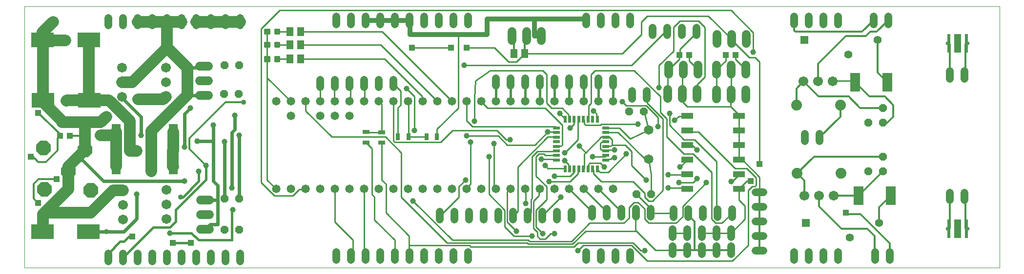
<source format=gtl>
G75*
%MOIN*%
%OFA0B0*%
%FSLAX25Y25*%
%IPPOS*%
%LPD*%
%AMOC8*
5,1,8,0,0,1.08239X$1,22.5*
%
%ADD10C,0.00000*%
%ADD11OC8,0.05200*%
%ADD12C,0.06000*%
%ADD13OC8,0.10000*%
%ADD14R,0.07900X0.04300*%
%ADD15C,0.05800*%
%ADD16C,0.06750*%
%ADD17R,0.05000X0.02200*%
%ADD18R,0.02200X0.05000*%
%ADD19C,0.06500*%
%ADD20C,0.05200*%
%ADD21R,0.15748X0.09843*%
%ADD22R,0.06181X0.11102*%
%ADD23R,0.03150X0.04724*%
%ADD24R,0.04724X0.03150*%
%ADD25R,0.05543X0.05543*%
%ADD26C,0.05543*%
%ADD27R,0.07087X0.12598*%
%ADD28C,0.07400*%
%ADD29R,0.05118X0.05906*%
%ADD30C,0.01181*%
%ADD31R,0.01969X0.12992*%
%ADD32R,0.01575X0.01969*%
%ADD33R,0.05118X0.12992*%
%ADD34R,0.03937X0.04331*%
%ADD35R,0.04331X0.03937*%
%ADD36C,0.00984*%
%ADD37C,0.03962*%
%ADD38C,0.02400*%
%ADD39C,0.01000*%
%ADD40C,0.01575*%
%ADD41C,0.01200*%
%ADD42R,0.03962X0.03962*%
%ADD43C,0.07874*%
%ADD44C,0.03569*%
%ADD45C,0.03200*%
%ADD46C,0.01600*%
D10*
X0115195Y0123933D02*
X0115195Y0302634D01*
X0781219Y0302634D01*
X0781219Y0123933D01*
X0115195Y0123933D01*
D11*
X0251967Y0149681D03*
X0261967Y0149681D03*
X0261967Y0171020D03*
X0251967Y0171020D03*
X0251573Y0242634D03*
X0261573Y0242634D03*
X0261967Y0262594D03*
X0251967Y0262594D03*
X0528089Y0230665D03*
X0538089Y0230665D03*
X0533148Y0174209D03*
X0543148Y0174209D03*
X0691396Y0189799D03*
X0701396Y0189799D03*
X0701396Y0199799D03*
X0701396Y0223264D03*
X0691396Y0223264D03*
X0701396Y0233264D03*
D12*
X0607974Y0239366D02*
X0607974Y0245366D01*
X0597974Y0245366D02*
X0597974Y0239366D01*
X0587974Y0239366D02*
X0587974Y0245366D01*
X0574510Y0245681D02*
X0574510Y0239681D01*
X0564510Y0239681D02*
X0564510Y0245681D01*
X0554510Y0245681D02*
X0554510Y0239681D01*
X0555297Y0256374D02*
X0555297Y0262374D01*
X0565297Y0262374D02*
X0565297Y0256374D01*
X0575297Y0256374D02*
X0575297Y0262374D01*
X0587974Y0262453D02*
X0587974Y0256453D01*
X0597974Y0256453D02*
X0597974Y0262453D01*
X0607974Y0262453D02*
X0607974Y0256453D01*
X0608100Y0277335D02*
X0608100Y0283335D01*
X0598100Y0283335D02*
X0598100Y0277335D01*
X0588100Y0277335D02*
X0588100Y0283335D01*
X0468112Y0285382D02*
X0468112Y0279382D01*
X0458112Y0279382D02*
X0458112Y0285382D01*
X0448112Y0285382D02*
X0448112Y0279382D01*
X0240793Y0261650D02*
X0234793Y0261650D01*
X0234793Y0251650D02*
X0240793Y0251650D01*
X0240793Y0241650D02*
X0234793Y0241650D01*
X0235581Y0169988D02*
X0241581Y0169988D01*
X0241581Y0159988D02*
X0235581Y0159988D01*
X0235581Y0149988D02*
X0241581Y0149988D01*
D13*
X0160510Y0176807D03*
X0145116Y0189878D03*
X0129014Y0177516D03*
X0128069Y0205665D03*
X0156415Y0204484D03*
D14*
X0567889Y0207634D03*
X0567889Y0217634D03*
X0567889Y0227634D03*
X0603289Y0227634D03*
X0603289Y0217634D03*
X0603289Y0207634D03*
X0603289Y0197634D03*
X0603289Y0187634D03*
X0603289Y0177634D03*
X0567889Y0177634D03*
X0567889Y0187634D03*
X0567889Y0197634D03*
D15*
X0517100Y0177862D03*
X0507100Y0177862D03*
X0497100Y0177862D03*
X0487100Y0177862D03*
X0477100Y0177862D03*
X0467100Y0177862D03*
X0457100Y0177862D03*
X0447100Y0177862D03*
X0437100Y0177862D03*
X0427100Y0177862D03*
X0417100Y0177862D03*
X0407100Y0177862D03*
X0397100Y0177862D03*
X0387100Y0177862D03*
X0377100Y0177862D03*
X0367100Y0177862D03*
X0357100Y0177862D03*
X0347100Y0177862D03*
X0337100Y0177862D03*
X0327100Y0177862D03*
X0317100Y0177862D03*
X0307100Y0177862D03*
X0297100Y0177862D03*
X0287100Y0177862D03*
X0297100Y0227862D03*
X0297100Y0237862D03*
X0287100Y0237862D03*
X0307100Y0237862D03*
X0317100Y0237862D03*
X0327100Y0237862D03*
X0337100Y0237862D03*
X0347100Y0237862D03*
X0357100Y0237862D03*
X0367100Y0237862D03*
X0377100Y0237862D03*
X0387100Y0237862D03*
X0397100Y0237862D03*
X0407100Y0237862D03*
X0417100Y0237862D03*
X0427100Y0237862D03*
X0437100Y0237862D03*
X0447100Y0237862D03*
X0457100Y0237862D03*
X0467100Y0237862D03*
X0477100Y0237862D03*
X0487100Y0237862D03*
X0497100Y0237862D03*
X0507100Y0237862D03*
X0517100Y0237862D03*
X0337100Y0227862D03*
X0327100Y0227862D03*
X0317100Y0227862D03*
D16*
X0211793Y0240941D03*
X0211793Y0250941D03*
X0211793Y0260941D03*
X0181998Y0260862D03*
X0181998Y0250862D03*
X0181998Y0240862D03*
X0182675Y0176650D03*
X0182675Y0166650D03*
X0182675Y0156650D03*
X0212085Y0157043D03*
X0212085Y0167043D03*
X0212085Y0177043D03*
X0647852Y0173146D03*
X0657852Y0173146D03*
X0667852Y0173146D03*
X0667360Y0251394D03*
X0657360Y0251394D03*
X0647360Y0251394D03*
D17*
X0512323Y0219531D03*
X0512323Y0216382D03*
X0512323Y0213232D03*
X0512323Y0210083D03*
X0512323Y0206933D03*
X0512323Y0203783D03*
X0512323Y0200634D03*
X0512323Y0197484D03*
X0478523Y0197484D03*
X0478523Y0200634D03*
X0478523Y0203783D03*
X0478523Y0206933D03*
X0478523Y0210083D03*
X0478523Y0213232D03*
X0478523Y0216382D03*
X0478523Y0219531D03*
D18*
X0484400Y0225408D03*
X0487549Y0225408D03*
X0490699Y0225408D03*
X0493848Y0225408D03*
X0496998Y0225408D03*
X0500148Y0225408D03*
X0503297Y0225408D03*
X0506447Y0225408D03*
X0506447Y0191608D03*
X0503297Y0191608D03*
X0500148Y0191608D03*
X0496998Y0191608D03*
X0493848Y0191608D03*
X0490699Y0191608D03*
X0487549Y0191608D03*
X0484400Y0191608D03*
D19*
X0541435Y0198185D03*
X0541435Y0218185D03*
D20*
X0540234Y0239443D02*
X0540234Y0244643D01*
X0530234Y0244643D02*
X0530234Y0239443D01*
X0517203Y0248302D02*
X0517203Y0253502D01*
X0507203Y0253502D02*
X0507203Y0248302D01*
X0497203Y0248302D02*
X0497203Y0253502D01*
X0487203Y0253502D02*
X0487203Y0248302D01*
X0477203Y0248302D02*
X0477203Y0253502D01*
X0467203Y0253502D02*
X0467203Y0248302D01*
X0457203Y0248302D02*
X0457203Y0253502D01*
X0447203Y0253502D02*
X0447203Y0248302D01*
X0437203Y0248302D02*
X0437203Y0253502D01*
X0367065Y0252517D02*
X0367065Y0247317D01*
X0357065Y0247317D02*
X0357065Y0252517D01*
X0347065Y0252517D02*
X0347065Y0247317D01*
X0337065Y0247317D02*
X0337065Y0252517D01*
X0327065Y0252517D02*
X0327065Y0247317D01*
X0317065Y0247317D02*
X0317065Y0252517D01*
X0328069Y0290624D02*
X0328069Y0295824D01*
X0338069Y0295824D02*
X0338069Y0290624D01*
X0348069Y0290624D02*
X0348069Y0295824D01*
X0358069Y0295824D02*
X0358069Y0290624D01*
X0368069Y0290624D02*
X0368069Y0295824D01*
X0378069Y0295824D02*
X0378069Y0290624D01*
X0388069Y0290624D02*
X0388069Y0295824D01*
X0398069Y0295824D02*
X0398069Y0290624D01*
X0408069Y0290624D02*
X0408069Y0295824D01*
X0418069Y0295824D02*
X0418069Y0290624D01*
X0498738Y0290624D02*
X0498738Y0295824D01*
X0508738Y0295824D02*
X0508738Y0290624D01*
X0518738Y0290624D02*
X0518738Y0295824D01*
X0528738Y0295824D02*
X0528738Y0290624D01*
X0544211Y0288210D02*
X0544211Y0283010D01*
X0554211Y0283010D02*
X0554211Y0288210D01*
X0564211Y0288210D02*
X0564211Y0283010D01*
X0574211Y0283010D02*
X0574211Y0288210D01*
X0640963Y0290624D02*
X0640963Y0295824D01*
X0650963Y0295824D02*
X0650963Y0290624D01*
X0660963Y0290624D02*
X0660963Y0295824D01*
X0670963Y0295824D02*
X0670963Y0290624D01*
X0695077Y0290624D02*
X0695077Y0295824D01*
X0705077Y0295824D02*
X0705077Y0290624D01*
X0747242Y0258423D02*
X0747242Y0253223D01*
X0757242Y0253223D02*
X0757242Y0258423D01*
X0658344Y0215608D02*
X0658344Y0210408D01*
X0648344Y0210408D02*
X0648344Y0215608D01*
X0619763Y0175429D02*
X0614563Y0175429D01*
X0614563Y0165429D02*
X0619763Y0165429D01*
X0619763Y0155429D02*
X0614563Y0155429D01*
X0598667Y0158538D02*
X0598667Y0163738D01*
X0588667Y0163738D02*
X0588667Y0158538D01*
X0578667Y0158538D02*
X0578667Y0163738D01*
X0568667Y0163738D02*
X0568667Y0158538D01*
X0558667Y0158538D02*
X0558667Y0163738D01*
X0542872Y0163990D02*
X0542872Y0158790D01*
X0532872Y0158790D02*
X0532872Y0163990D01*
X0522872Y0163990D02*
X0522872Y0158790D01*
X0512872Y0158790D02*
X0512872Y0163990D01*
X0502872Y0163990D02*
X0502872Y0158790D01*
X0488935Y0156766D02*
X0488935Y0161966D01*
X0478935Y0161966D02*
X0478935Y0156766D01*
X0468935Y0156766D02*
X0468935Y0161966D01*
X0458935Y0161966D02*
X0458935Y0156766D01*
X0448935Y0156766D02*
X0448935Y0161966D01*
X0438935Y0161966D02*
X0438935Y0156766D01*
X0428935Y0156766D02*
X0428935Y0161966D01*
X0418935Y0161966D02*
X0418935Y0156766D01*
X0408935Y0156766D02*
X0408935Y0161966D01*
X0398935Y0161966D02*
X0398935Y0156766D01*
X0398069Y0134407D02*
X0398069Y0129207D01*
X0408069Y0129207D02*
X0408069Y0134407D01*
X0418069Y0134407D02*
X0418069Y0129207D01*
X0388069Y0129207D02*
X0388069Y0134407D01*
X0378069Y0134407D02*
X0378069Y0129207D01*
X0368069Y0129207D02*
X0368069Y0134407D01*
X0358069Y0134407D02*
X0358069Y0129207D01*
X0348069Y0129207D02*
X0348069Y0134407D01*
X0338069Y0134407D02*
X0338069Y0129207D01*
X0328069Y0129207D02*
X0328069Y0134407D01*
X0262557Y0133423D02*
X0262557Y0128223D01*
X0252557Y0128223D02*
X0252557Y0133423D01*
X0242557Y0133423D02*
X0242557Y0128223D01*
X0232557Y0128223D02*
X0232557Y0133423D01*
X0222557Y0133423D02*
X0222557Y0128223D01*
X0212557Y0128223D02*
X0212557Y0133423D01*
X0202557Y0133423D02*
X0202557Y0128223D01*
X0192557Y0128223D02*
X0192557Y0133423D01*
X0182557Y0133423D02*
X0182557Y0128223D01*
X0172557Y0128223D02*
X0172557Y0133423D01*
X0498738Y0134407D02*
X0498738Y0129207D01*
X0508738Y0129207D02*
X0508738Y0134407D01*
X0518738Y0134407D02*
X0518738Y0129207D01*
X0528738Y0129207D02*
X0528738Y0134407D01*
X0557793Y0133144D02*
X0557793Y0138344D01*
X0567793Y0138344D02*
X0567793Y0133144D01*
X0577793Y0133144D02*
X0577793Y0138344D01*
X0587793Y0138344D02*
X0587793Y0133144D01*
X0597793Y0133144D02*
X0597793Y0138344D01*
X0597793Y0144955D02*
X0597793Y0150155D01*
X0587793Y0150155D02*
X0587793Y0144955D01*
X0577793Y0144955D02*
X0577793Y0150155D01*
X0567793Y0150155D02*
X0567793Y0144955D01*
X0557793Y0144955D02*
X0557793Y0150155D01*
X0614563Y0145429D02*
X0619763Y0145429D01*
X0619763Y0135429D02*
X0614563Y0135429D01*
X0640963Y0134407D02*
X0640963Y0129207D01*
X0650963Y0129207D02*
X0650963Y0134407D01*
X0660963Y0134407D02*
X0660963Y0129207D01*
X0670963Y0129207D02*
X0670963Y0134407D01*
X0696081Y0134407D02*
X0696081Y0129207D01*
X0706081Y0129207D02*
X0706081Y0134407D01*
X0747262Y0170054D02*
X0747262Y0175254D01*
X0757262Y0175254D02*
X0757262Y0170054D01*
X0262557Y0289640D02*
X0262557Y0294840D01*
X0252557Y0294840D02*
X0252557Y0289640D01*
X0242557Y0289640D02*
X0242557Y0294840D01*
X0232557Y0294840D02*
X0232557Y0289640D01*
X0222557Y0289640D02*
X0222557Y0294840D01*
X0212557Y0294840D02*
X0212557Y0289640D01*
X0202557Y0289640D02*
X0202557Y0294840D01*
X0192557Y0294840D02*
X0192557Y0289640D01*
X0182557Y0289640D02*
X0182557Y0294840D01*
X0172557Y0294840D02*
X0172557Y0289640D01*
D21*
X0159156Y0279642D03*
X0127659Y0279642D03*
X0128022Y0238547D03*
X0159518Y0238547D03*
X0158959Y0148539D03*
X0127463Y0148539D03*
D22*
X0177746Y0192972D03*
X0216801Y0192972D03*
X0216801Y0216831D03*
X0177746Y0216831D03*
D23*
X0370321Y0213461D03*
X0377407Y0213461D03*
X0389833Y0213461D03*
X0396919Y0213461D03*
D24*
X0359329Y0216413D03*
X0348423Y0216665D03*
X0348423Y0209579D03*
X0359329Y0209327D03*
D25*
X0647872Y0279858D03*
X0648856Y0154366D03*
D26*
X0678856Y0144366D03*
X0698856Y0154366D03*
X0677872Y0269858D03*
X0697872Y0279858D03*
D27*
X0704467Y0250902D03*
X0682419Y0250902D03*
X0684880Y0173146D03*
X0706927Y0173146D03*
D28*
X0673010Y0188402D03*
X0643010Y0188402D03*
X0642518Y0235154D03*
X0672518Y0235154D03*
D29*
X0457026Y0270587D03*
X0449545Y0270587D03*
X0303974Y0266650D03*
X0296494Y0266650D03*
X0296494Y0276492D03*
X0303974Y0276492D03*
X0303974Y0285350D03*
X0296494Y0285350D03*
D30*
X0289317Y0286728D02*
X0289317Y0283972D01*
X0286561Y0283972D01*
X0286561Y0286728D01*
X0289317Y0286728D01*
X0289317Y0285152D02*
X0286561Y0285152D01*
X0286561Y0286332D02*
X0289317Y0286332D01*
X0282411Y0286728D02*
X0282411Y0283972D01*
X0279655Y0283972D01*
X0279655Y0286728D01*
X0282411Y0286728D01*
X0282411Y0285152D02*
X0279655Y0285152D01*
X0279655Y0286332D02*
X0282411Y0286332D01*
X0282411Y0277870D02*
X0282411Y0275114D01*
X0279655Y0275114D01*
X0279655Y0277870D01*
X0282411Y0277870D01*
X0282411Y0276294D02*
X0279655Y0276294D01*
X0279655Y0277474D02*
X0282411Y0277474D01*
X0289317Y0277870D02*
X0289317Y0275114D01*
X0286561Y0275114D01*
X0286561Y0277870D01*
X0289317Y0277870D01*
X0289317Y0276294D02*
X0286561Y0276294D01*
X0286561Y0277474D02*
X0289317Y0277474D01*
X0289317Y0268028D02*
X0289317Y0265272D01*
X0286561Y0265272D01*
X0286561Y0268028D01*
X0289317Y0268028D01*
X0289317Y0266452D02*
X0286561Y0266452D01*
X0286561Y0267632D02*
X0289317Y0267632D01*
X0282411Y0268028D02*
X0282411Y0265272D01*
X0279655Y0265272D01*
X0279655Y0268028D01*
X0282411Y0268028D01*
X0282411Y0266452D02*
X0279655Y0266452D01*
X0279655Y0267632D02*
X0282411Y0267632D01*
X0747049Y0276756D02*
X0747049Y0256201D01*
X0757774Y0256201D02*
X0757774Y0276756D01*
X0757774Y0172193D02*
X0757774Y0150744D01*
X0747049Y0150744D02*
X0747049Y0172193D01*
D31*
X0746593Y0150508D03*
X0758404Y0150508D03*
X0758404Y0277476D03*
X0746593Y0277476D03*
D32*
X0745215Y0277476D03*
X0759781Y0277476D03*
X0759781Y0150508D03*
X0745215Y0150508D03*
D33*
X0752498Y0150508D03*
X0752498Y0277476D03*
D34*
X0600825Y0269602D03*
X0594132Y0269602D03*
X0569329Y0269602D03*
X0562636Y0269602D03*
D35*
X0146100Y0213992D03*
X0139407Y0213992D03*
D36*
X0281033Y0183929D02*
X0287100Y0177862D01*
X0281033Y0183929D02*
X0281033Y0253929D01*
X0297100Y0237862D01*
X0281033Y0253929D02*
X0281033Y0266650D01*
X0281033Y0276492D01*
X0281033Y0285350D01*
X0287939Y0285350D02*
X0296494Y0285350D01*
X0303974Y0285350D02*
X0359612Y0285350D01*
X0407100Y0237862D01*
X0411455Y0233185D02*
X0411455Y0283382D01*
X0406533Y0274524D02*
X0379959Y0274524D01*
X0361258Y0266650D02*
X0303974Y0266650D01*
X0296494Y0266650D02*
X0287939Y0266650D01*
X0287939Y0276492D02*
X0296494Y0276492D01*
X0303974Y0276492D02*
X0358470Y0276492D01*
X0397100Y0237862D01*
X0387100Y0237862D02*
X0386848Y0238114D01*
X0386848Y0241059D01*
X0361258Y0266650D01*
X0367065Y0249917D02*
X0372085Y0244898D01*
X0372085Y0235154D01*
X0370321Y0233390D01*
X0370321Y0213461D01*
X0377407Y0213461D02*
X0389833Y0213461D01*
X0396919Y0213461D02*
X0396919Y0218650D01*
X0411455Y0233185D01*
X0417100Y0237862D02*
X0417100Y0224587D01*
X0421297Y0220390D01*
X0477665Y0220390D01*
X0478523Y0219531D01*
X0512323Y0219531D02*
X0512449Y0219406D01*
X0521691Y0219406D01*
X0528817Y0212280D01*
X0541435Y0218185D01*
X0538482Y0230272D01*
X0538089Y0230665D01*
X0554510Y0242681D02*
X0554510Y0258587D01*
X0555297Y0259374D01*
X0562636Y0266713D01*
X0562636Y0269602D01*
X0563030Y0269996D01*
X0563030Y0273539D01*
X0574211Y0284720D01*
X0574211Y0285610D01*
X0582258Y0296177D02*
X0598100Y0280335D01*
X0598100Y0279807D01*
X0610274Y0267634D01*
X0614211Y0267634D01*
X0617163Y0264681D01*
X0617163Y0194799D01*
X0617163Y0185941D02*
X0605470Y0197634D01*
X0603289Y0197634D01*
X0603289Y0207634D01*
X0603289Y0217634D01*
X0603289Y0227634D01*
X0603289Y0228359D01*
X0597478Y0234169D01*
X0597478Y0241870D01*
X0597974Y0242366D01*
X0597974Y0259453D01*
X0594132Y0265610D02*
X0587974Y0259453D01*
X0587974Y0242366D01*
X0597478Y0234169D02*
X0567951Y0234169D01*
X0564998Y0237122D01*
X0564998Y0242193D01*
X0564510Y0242681D01*
X0564510Y0258587D01*
X0565297Y0259374D01*
X0569329Y0265343D02*
X0575297Y0259374D01*
X0569329Y0265343D02*
X0569329Y0269602D01*
X0594132Y0269602D02*
X0594132Y0265610D01*
X0600825Y0266602D02*
X0607974Y0259453D01*
X0600825Y0266602D02*
X0600825Y0269602D01*
X0582258Y0296177D02*
X0540392Y0296177D01*
X0536455Y0292240D01*
X0536455Y0283382D01*
X0523659Y0270587D01*
X0457026Y0270587D01*
X0451120Y0264681D01*
X0445904Y0264681D01*
X0436061Y0274524D01*
X0417360Y0274524D01*
X0377407Y0237555D02*
X0377100Y0237862D01*
X0377407Y0237555D02*
X0377407Y0213461D01*
X0359329Y0216413D02*
X0359329Y0235634D01*
X0357100Y0237862D01*
X0359329Y0216413D02*
X0348675Y0216413D01*
X0348423Y0216665D01*
X0348423Y0209579D02*
X0352400Y0205602D01*
X0352400Y0174130D01*
X0354368Y0172161D01*
X0354368Y0156413D01*
X0368069Y0142713D01*
X0368069Y0131807D01*
X0377990Y0131886D02*
X0378069Y0131807D01*
X0377990Y0131886D02*
X0377990Y0139126D01*
X0377990Y0145587D01*
X0362242Y0161335D01*
X0362242Y0181020D01*
X0359329Y0183933D01*
X0359329Y0209327D01*
X0327100Y0177862D02*
X0327100Y0155138D01*
X0339604Y0142634D01*
X0339604Y0133343D01*
X0338069Y0131807D01*
X0487100Y0177862D02*
X0502872Y0162091D01*
X0502872Y0161390D01*
X0512872Y0161390D02*
X0512872Y0162091D01*
X0497100Y0177862D01*
X0507100Y0177862D02*
X0522872Y0162091D01*
X0522872Y0161390D01*
X0532518Y0161035D02*
X0532872Y0161390D01*
X0532518Y0161035D02*
X0532518Y0149524D01*
X0532823Y0149219D01*
X0546297Y0135744D01*
X0557793Y0135744D01*
X0557793Y0147555D02*
X0567793Y0147555D01*
X0577793Y0147555D02*
X0587793Y0147555D01*
X0597793Y0147555D01*
X0607321Y0157083D01*
X0607321Y0166256D01*
X0603289Y0170288D01*
X0603289Y0177634D01*
X0608643Y0182988D01*
X0611258Y0182988D01*
X0617163Y0185941D02*
X0617163Y0175429D01*
X0558667Y0161138D02*
X0543124Y0161138D01*
X0542872Y0161390D01*
X0542872Y0164484D01*
X0533148Y0174209D01*
X0543148Y0174209D02*
X0543148Y0187614D01*
X0541435Y0198185D01*
X0538482Y0198677D01*
X0520707Y0216453D01*
X0512394Y0216453D01*
X0512323Y0216382D01*
D37*
X0518262Y0204366D03*
X0526305Y0201685D03*
X0518262Y0199004D03*
X0511112Y0192748D03*
X0503069Y0199898D03*
X0494132Y0207047D03*
X0484301Y0202579D03*
X0484301Y0197217D03*
X0470896Y0193642D03*
X0468215Y0198110D03*
X0477152Y0186492D03*
X0473577Y0182917D03*
X0481620Y0172193D03*
X0457490Y0167724D03*
X0451234Y0148957D03*
X0461959Y0145382D03*
X0469108Y0147169D03*
X0477152Y0147169D03*
X0493238Y0135551D03*
X0538817Y0135551D03*
X0554904Y0178449D03*
X0562053Y0182024D03*
X0574565Y0184705D03*
X0580821Y0182024D03*
X0597801Y0182917D03*
X0562947Y0192748D03*
X0554904Y0187386D03*
X0539711Y0183811D03*
X0574565Y0204366D03*
X0547754Y0220453D03*
X0559372Y0224921D03*
X0555797Y0229390D03*
X0534348Y0222240D03*
X0523624Y0237433D03*
X0503963Y0231177D03*
X0487876Y0219559D03*
X0472683Y0216878D03*
X0446766Y0211516D03*
X0436041Y0208835D03*
X0419955Y0209728D03*
X0417274Y0214197D03*
X0422636Y0224028D03*
X0381526Y0217772D03*
X0432467Y0199898D03*
X0416380Y0183811D03*
X0380632Y0169512D03*
X0261848Y0214484D03*
X0252006Y0210055D03*
X0233305Y0210547D03*
X0224447Y0206610D03*
X0216573Y0203657D03*
X0194919Y0214484D03*
X0191967Y0203657D03*
X0167360Y0214484D03*
X0171297Y0227280D03*
X0192951Y0239091D03*
X0228384Y0233185D03*
X0244132Y0221374D03*
X0258896Y0228264D03*
X0239211Y0193815D03*
X0234289Y0189878D03*
X0224447Y0182988D03*
X0201809Y0189878D03*
X0191967Y0174130D03*
X0214604Y0147555D03*
X0257419Y0163303D03*
X0256927Y0178559D03*
X0143738Y0238106D03*
X0376163Y0246370D03*
X0415486Y0262457D03*
X0480726Y0229390D03*
X0548648Y0247264D03*
X0612994Y0271394D03*
D38*
X0261848Y0214484D02*
X0261848Y0179012D01*
X0261967Y0171020D01*
X0256927Y0178559D02*
X0256927Y0216453D01*
X0258896Y0218421D01*
X0258896Y0228264D01*
X0244132Y0221374D02*
X0244132Y0210547D01*
X0233305Y0210547D01*
X0224447Y0206610D02*
X0224447Y0229248D01*
X0228384Y0233185D01*
X0226809Y0241650D02*
X0226415Y0242043D01*
X0226809Y0241650D02*
X0237793Y0241650D01*
X0236888Y0260744D02*
X0226415Y0260744D01*
X0236888Y0260744D02*
X0237793Y0261650D01*
X0194919Y0227280D02*
X0181998Y0240201D01*
X0181998Y0240862D01*
X0194919Y0227280D02*
X0194919Y0214484D01*
X0169329Y0182988D02*
X0155077Y0197240D01*
X0169329Y0182988D02*
X0224447Y0182988D01*
X0244132Y0182988D02*
X0247085Y0180035D01*
X0247085Y0170193D01*
X0247085Y0153461D01*
X0242053Y0153461D01*
X0238581Y0149988D01*
X0238581Y0169988D02*
X0238785Y0170193D01*
X0247085Y0170193D01*
X0251967Y0171020D02*
X0252006Y0178933D01*
X0252006Y0210055D01*
X0244132Y0210547D02*
X0244132Y0182988D01*
X0191967Y0174130D02*
X0191967Y0157398D01*
X0183108Y0148539D01*
X0171297Y0148539D01*
X0158959Y0148539D01*
D39*
X0276963Y0182024D02*
X0276963Y0287480D01*
X0289474Y0299992D01*
X0597801Y0299992D01*
X0612994Y0284799D01*
X0612994Y0271394D01*
X0579927Y0288374D02*
X0575459Y0292843D01*
X0562947Y0292843D01*
X0558478Y0288374D01*
X0558478Y0272287D01*
X0548648Y0262457D01*
X0548648Y0247264D01*
X0549541Y0241008D02*
X0549541Y0230283D01*
X0554010Y0225815D01*
X0554010Y0213303D01*
X0565628Y0201685D01*
X0571884Y0201685D01*
X0584396Y0189173D01*
X0584396Y0157000D01*
X0587077Y0154319D01*
X0591545Y0154319D01*
X0597801Y0160575D01*
X0598667Y0161138D01*
X0588667Y0161138D02*
X0587970Y0161469D01*
X0587970Y0196323D01*
X0572778Y0211516D01*
X0565628Y0211516D01*
X0555797Y0221346D01*
X0555797Y0229390D01*
X0551329Y0225815D02*
X0540604Y0236539D01*
X0540604Y0241902D01*
X0540234Y0242043D01*
X0549541Y0241008D02*
X0531667Y0258882D01*
X0504856Y0258882D01*
X0502175Y0256201D01*
X0502175Y0236539D01*
X0500388Y0234752D01*
X0500388Y0225815D01*
X0500148Y0225408D01*
X0497707Y0224921D02*
X0496998Y0225408D01*
X0497707Y0224921D02*
X0497707Y0222240D01*
X0498600Y0221346D01*
X0508431Y0221346D01*
X0509325Y0222240D01*
X0534348Y0222240D01*
X0547754Y0220453D02*
X0547754Y0226709D01*
X0539711Y0234752D01*
X0526305Y0234752D01*
X0523624Y0237433D01*
X0505750Y0229390D02*
X0505750Y0225815D01*
X0506447Y0225408D01*
X0505750Y0229390D02*
X0503963Y0231177D01*
X0493848Y0225408D02*
X0493238Y0224921D01*
X0493238Y0211516D01*
X0484301Y0202579D01*
X0481620Y0207047D02*
X0482514Y0207941D01*
X0482514Y0221346D01*
X0470896Y0232965D01*
X0431573Y0232965D01*
X0427104Y0237433D01*
X0427100Y0237862D01*
X0422636Y0240075D02*
X0423266Y0251886D01*
X0433108Y0258776D01*
X0441404Y0258882D01*
X0469108Y0258882D01*
X0471789Y0256201D01*
X0471789Y0236539D01*
X0475364Y0232965D01*
X0482514Y0232965D01*
X0486982Y0228496D01*
X0486982Y0225815D01*
X0487549Y0225408D01*
X0490557Y0224921D02*
X0490699Y0225408D01*
X0490557Y0224921D02*
X0490557Y0222240D01*
X0487876Y0219559D01*
X0478523Y0216382D02*
X0478045Y0216878D01*
X0472683Y0216878D01*
X0463746Y0207941D01*
X0444978Y0207941D01*
X0438722Y0214197D01*
X0417274Y0214197D01*
X0419955Y0209728D02*
X0419955Y0181130D01*
X0417274Y0178449D01*
X0417100Y0177862D01*
X0411911Y0179343D02*
X0411911Y0172193D01*
X0399400Y0159681D01*
X0398935Y0159366D01*
X0407443Y0142701D02*
X0380632Y0169512D01*
X0372589Y0172193D02*
X0403868Y0140913D01*
X0458384Y0140913D01*
X0459278Y0140020D01*
X0489663Y0140020D01*
X0498600Y0148957D01*
X0532561Y0148957D01*
X0532823Y0149219D01*
X0524518Y0154319D02*
X0528093Y0157894D01*
X0528093Y0165043D01*
X0531667Y0168618D01*
X0534348Y0168618D01*
X0538817Y0164150D01*
X0538817Y0157000D01*
X0541498Y0154319D01*
X0560266Y0154319D01*
X0564734Y0158787D01*
X0564734Y0165937D01*
X0580821Y0182024D01*
X0574565Y0184705D02*
X0571884Y0182024D01*
X0562053Y0182024D01*
X0567415Y0178449D02*
X0554904Y0178449D01*
X0551329Y0176661D02*
X0551329Y0225815D01*
X0559372Y0224921D02*
X0562053Y0227602D01*
X0567415Y0227602D01*
X0567889Y0227634D01*
X0567889Y0217634D02*
X0568309Y0216878D01*
X0575459Y0216878D01*
X0600482Y0191854D01*
X0608526Y0191854D01*
X0614781Y0185598D01*
X0614781Y0180236D01*
X0613888Y0179343D01*
X0612100Y0179343D01*
X0609419Y0176661D01*
X0609419Y0139126D01*
X0598695Y0128402D01*
X0540604Y0128402D01*
X0529880Y0139126D01*
X0496813Y0139126D01*
X0493238Y0135551D01*
X0490557Y0138232D02*
X0419955Y0138232D01*
X0419061Y0139126D01*
X0377990Y0139126D01*
X0377951Y0139126D01*
X0407443Y0142701D02*
X0459278Y0142701D01*
X0460171Y0141807D01*
X0488770Y0141807D01*
X0501281Y0154319D01*
X0524518Y0154319D01*
X0530774Y0140913D02*
X0493238Y0140913D01*
X0490557Y0138232D01*
X0477152Y0147169D02*
X0474470Y0147169D01*
X0470896Y0143594D01*
X0467321Y0143594D01*
X0465533Y0145382D01*
X0465533Y0148063D01*
X0462852Y0150744D01*
X0462852Y0169512D01*
X0466427Y0173087D01*
X0466427Y0177555D01*
X0467100Y0177862D01*
X0471789Y0179343D02*
X0471789Y0170406D01*
X0464640Y0163256D01*
X0464640Y0151638D01*
X0469108Y0147169D01*
X0461959Y0145382D02*
X0449447Y0145382D01*
X0443191Y0151638D01*
X0443191Y0163256D01*
X0432467Y0173980D01*
X0432467Y0199898D01*
X0436041Y0208835D02*
X0436041Y0179343D01*
X0436935Y0178449D01*
X0437100Y0177862D01*
X0444978Y0175768D02*
X0446766Y0177555D01*
X0447100Y0177862D01*
X0444978Y0175768D02*
X0444978Y0155213D01*
X0451234Y0148957D01*
X0448935Y0159366D02*
X0449447Y0159681D01*
X0452128Y0162362D01*
X0452128Y0192748D01*
X0472683Y0213303D01*
X0478045Y0213303D01*
X0478523Y0213232D01*
X0478939Y0207047D02*
X0478523Y0206933D01*
X0478939Y0207047D02*
X0481620Y0207047D01*
X0478523Y0203783D02*
X0478045Y0203472D01*
X0465533Y0203472D01*
X0461959Y0199898D01*
X0461959Y0171299D01*
X0461065Y0170406D01*
X0461065Y0161469D01*
X0459278Y0159681D01*
X0458935Y0159366D01*
X0468935Y0159366D02*
X0469108Y0159681D01*
X0481620Y0172193D01*
X0471789Y0179343D02*
X0464640Y0186492D01*
X0464640Y0199898D01*
X0466427Y0201685D01*
X0470002Y0201685D01*
X0470896Y0200791D01*
X0478045Y0200791D01*
X0478523Y0200634D01*
X0478045Y0198110D02*
X0468215Y0198110D01*
X0470896Y0193642D02*
X0472683Y0191854D01*
X0484301Y0191854D01*
X0484400Y0191608D01*
X0486982Y0191854D02*
X0487549Y0191608D01*
X0486982Y0191854D02*
X0486982Y0194535D01*
X0484301Y0197217D01*
X0478523Y0197484D02*
X0478045Y0198110D01*
X0490699Y0191608D02*
X0490557Y0190961D01*
X0490557Y0189173D01*
X0487876Y0186492D01*
X0477152Y0186492D01*
X0473577Y0182917D02*
X0487876Y0182917D01*
X0493238Y0188280D01*
X0493238Y0190961D01*
X0493848Y0191608D01*
X0496998Y0191608D02*
X0497707Y0191854D01*
X0497707Y0201685D01*
X0498600Y0202579D01*
X0494132Y0207047D01*
X0498600Y0202579D02*
X0509325Y0213303D01*
X0512006Y0213303D01*
X0512323Y0213232D01*
X0512900Y0213303D01*
X0514687Y0213303D01*
X0516474Y0211516D01*
X0516474Y0207941D01*
X0525411Y0207941D01*
X0529880Y0203472D01*
X0529880Y0193642D01*
X0539711Y0183811D01*
X0538817Y0174874D02*
X0530774Y0182917D01*
X0509325Y0182917D01*
X0503963Y0188280D01*
X0503963Y0190961D01*
X0503297Y0191608D01*
X0500388Y0191854D02*
X0500148Y0191608D01*
X0500388Y0191854D02*
X0500388Y0194535D01*
X0501281Y0195429D01*
X0508431Y0195429D01*
X0511112Y0192748D01*
X0508431Y0189173D02*
X0506644Y0190961D01*
X0506447Y0191608D01*
X0508431Y0189173D02*
X0513793Y0189173D01*
X0526305Y0201685D01*
X0518262Y0199004D02*
X0516474Y0199004D01*
X0515581Y0198110D01*
X0512900Y0198110D01*
X0512323Y0197484D01*
X0512006Y0199898D02*
X0512323Y0200634D01*
X0512006Y0199898D02*
X0503069Y0199898D01*
X0512006Y0204366D02*
X0512323Y0203783D01*
X0512900Y0204366D01*
X0518262Y0204366D01*
X0515581Y0207047D02*
X0516474Y0207941D01*
X0515581Y0207047D02*
X0512900Y0207047D01*
X0512323Y0206933D01*
X0512006Y0204366D02*
X0509325Y0204366D01*
X0508431Y0205260D01*
X0508431Y0208835D01*
X0509325Y0209728D01*
X0512006Y0209728D01*
X0512323Y0210083D01*
X0484400Y0225408D02*
X0484301Y0225815D01*
X0480726Y0229390D01*
X0446766Y0211516D02*
X0444085Y0211516D01*
X0437829Y0217772D01*
X0407443Y0217772D01*
X0399400Y0209728D01*
X0368120Y0209728D01*
X0367226Y0210622D01*
X0367226Y0237433D01*
X0367100Y0237862D01*
X0376163Y0246370D02*
X0381526Y0241008D01*
X0381526Y0217772D01*
X0372589Y0202579D02*
X0361864Y0213303D01*
X0325222Y0213303D01*
X0307348Y0231177D01*
X0307348Y0237433D01*
X0307100Y0237862D01*
X0317100Y0237862D02*
X0317179Y0238327D01*
X0317179Y0249051D01*
X0317065Y0249917D01*
X0327010Y0249051D02*
X0327065Y0249917D01*
X0327010Y0249051D02*
X0327010Y0238327D01*
X0327100Y0237862D01*
X0337100Y0237862D02*
X0337734Y0238327D01*
X0337734Y0249051D01*
X0337065Y0249917D01*
X0347065Y0249917D02*
X0347565Y0249051D01*
X0347565Y0238327D01*
X0347100Y0237862D01*
X0415486Y0262457D02*
X0529880Y0262457D01*
X0552222Y0284799D01*
X0554010Y0284799D01*
X0554211Y0285610D01*
X0579927Y0288374D02*
X0579927Y0254413D01*
X0574565Y0249051D01*
X0574565Y0242795D01*
X0574510Y0242681D01*
X0567889Y0207634D02*
X0568309Y0207047D01*
X0571884Y0207047D01*
X0574565Y0204366D01*
X0567889Y0197634D02*
X0567415Y0197217D01*
X0562947Y0192748D01*
X0567415Y0187386D02*
X0554904Y0187386D01*
X0567415Y0187386D02*
X0567889Y0187634D01*
X0567415Y0178449D02*
X0567889Y0177634D01*
X0551329Y0176661D02*
X0544179Y0169512D01*
X0541498Y0169512D01*
X0538817Y0172193D01*
X0538817Y0174874D01*
X0597801Y0182917D02*
X0598695Y0182917D01*
X0603163Y0187386D01*
X0603289Y0187634D01*
X0536136Y0135551D02*
X0530774Y0140913D01*
X0536136Y0135551D02*
X0538817Y0135551D01*
X0457490Y0167724D02*
X0457490Y0177555D01*
X0457100Y0177862D01*
X0416380Y0183811D02*
X0411911Y0179343D01*
X0372589Y0172193D02*
X0372589Y0202579D01*
X0422636Y0224028D02*
X0422636Y0240075D01*
X0422636Y0240114D01*
X0347100Y0177862D02*
X0347100Y0132776D01*
X0302880Y0177555D02*
X0298411Y0173087D01*
X0285900Y0173087D01*
X0276963Y0182024D01*
X0302880Y0177555D02*
X0306455Y0177555D01*
X0307100Y0177862D01*
X0667360Y0251394D02*
X0667510Y0251732D01*
X0681809Y0251732D01*
X0682419Y0250902D01*
X0747049Y0256201D02*
X0747242Y0255823D01*
X0757242Y0255823D02*
X0757774Y0256201D01*
X0757774Y0276756D02*
X0758404Y0277476D01*
X0758667Y0277650D01*
X0759561Y0277650D01*
X0759781Y0277476D01*
X0747049Y0276756D02*
X0746593Y0277476D01*
X0746156Y0277650D01*
X0745262Y0277650D01*
X0745215Y0277476D01*
X0747262Y0172654D02*
X0747049Y0172193D01*
X0757262Y0172654D02*
X0757774Y0172193D01*
X0757774Y0150744D02*
X0758404Y0150508D01*
X0758667Y0150744D01*
X0759561Y0150744D01*
X0759781Y0150508D01*
X0747049Y0150744D02*
X0746593Y0150508D01*
X0746156Y0150744D01*
X0745262Y0150744D01*
X0745215Y0150508D01*
D40*
X0257419Y0163303D02*
X0256927Y0162319D01*
X0256927Y0142634D01*
X0234289Y0142634D01*
X0229368Y0147555D01*
X0214604Y0147555D01*
X0214604Y0151492D02*
X0203226Y0151492D01*
X0182557Y0130823D01*
X0214604Y0151492D02*
X0218541Y0155429D01*
X0218541Y0163303D01*
X0239211Y0183972D01*
X0239211Y0193815D01*
X0234289Y0189878D02*
X0234289Y0182988D01*
X0223463Y0172161D01*
X0221986Y0172161D01*
X0155077Y0197240D02*
X0152478Y0197240D01*
X0145116Y0189878D01*
X0155077Y0197240D02*
X0152124Y0200193D01*
D41*
X0137833Y0204150D02*
X0137833Y0212417D01*
X0139407Y0213992D01*
X0139407Y0215370D01*
X0124545Y0229740D01*
X0146100Y0213992D02*
X0155549Y0213992D01*
X0156533Y0213008D01*
X0137833Y0204150D02*
X0129959Y0196276D01*
X0124545Y0196276D01*
X0121100Y0199720D01*
X0119624Y0199720D01*
X0125037Y0184465D02*
X0121593Y0181020D01*
X0121593Y0171177D01*
X0124545Y0168224D01*
X0125037Y0184465D02*
X0137341Y0184465D01*
X0227892Y0205134D02*
X0239211Y0193815D01*
X0227892Y0205134D02*
X0227892Y0212516D01*
X0252498Y0237122D01*
X0264801Y0237122D01*
X0449545Y0270587D02*
X0449545Y0280949D01*
X0448112Y0282382D01*
X0457026Y0281295D02*
X0458112Y0282382D01*
X0457026Y0281295D02*
X0457026Y0270587D01*
X0640963Y0286157D02*
X0641770Y0285350D01*
X0687203Y0285350D01*
X0695077Y0293224D01*
X0692951Y0285350D02*
X0697203Y0285350D01*
X0705077Y0293224D01*
X0692951Y0285350D02*
X0689998Y0282398D01*
X0676219Y0282398D01*
X0657360Y0263539D01*
X0657360Y0251394D01*
X0647360Y0251394D02*
X0642518Y0246551D01*
X0642518Y0235154D01*
X0657695Y0241059D02*
X0647360Y0251394D01*
X0657695Y0241059D02*
X0678187Y0241059D01*
X0685982Y0233264D01*
X0701396Y0233264D01*
X0708699Y0235154D02*
X0702793Y0241059D01*
X0692262Y0241059D01*
X0682419Y0250902D01*
X0697872Y0257496D02*
X0704467Y0250902D01*
X0697872Y0257496D02*
X0697872Y0279858D01*
X0640963Y0286157D02*
X0640963Y0293224D01*
X0672518Y0235154D02*
X0672518Y0227181D01*
X0658344Y0213008D01*
X0654407Y0199799D02*
X0643010Y0188402D01*
X0647852Y0183559D01*
X0647852Y0173146D01*
X0657852Y0173146D02*
X0657852Y0165921D01*
X0673266Y0150508D01*
X0690982Y0150508D01*
X0695904Y0145587D01*
X0695904Y0131984D01*
X0696081Y0131807D01*
X0706081Y0131807D02*
X0706081Y0140331D01*
X0686061Y0160350D01*
X0677203Y0160350D01*
X0676219Y0161335D01*
X0698856Y0165075D02*
X0698856Y0154366D01*
X0698856Y0165075D02*
X0706927Y0173146D01*
X0701396Y0189799D02*
X0684880Y0173283D01*
X0684880Y0173146D01*
X0667852Y0173146D01*
X0617163Y0175429D02*
X0617163Y0165429D01*
X0617163Y0155429D01*
X0617163Y0145429D01*
X0617163Y0135429D01*
X0597793Y0135744D02*
X0587793Y0135744D01*
X0577793Y0135744D01*
X0572872Y0135744D01*
X0572872Y0155429D01*
X0568667Y0159634D01*
X0568667Y0161138D01*
X0567793Y0135744D02*
X0557793Y0135744D01*
X0567793Y0135744D02*
X0572872Y0135744D01*
X0654407Y0199799D02*
X0701396Y0199799D01*
X0701396Y0223264D02*
X0704683Y0223264D01*
X0708699Y0227280D01*
X0708699Y0235154D01*
D42*
X0617163Y0194799D03*
X0611258Y0182988D03*
X0676219Y0161335D03*
X0417360Y0274524D03*
X0406533Y0274524D03*
X0379959Y0274524D03*
X0143246Y0279445D03*
X0124545Y0229740D03*
X0119624Y0199720D03*
X0137341Y0184465D03*
X0124545Y0168224D03*
X0189014Y0145094D03*
X0216573Y0140665D03*
X0228876Y0140665D03*
D43*
X0175785Y0176650D02*
X0160470Y0161335D01*
X0128974Y0161335D01*
X0127990Y0160350D01*
X0127990Y0149067D01*
X0127463Y0148539D01*
X0128974Y0161335D02*
X0145116Y0177476D01*
X0145116Y0189878D01*
X0145116Y0193185D01*
X0152124Y0200193D01*
X0156415Y0204484D01*
X0156533Y0204484D01*
X0156533Y0213008D01*
X0156533Y0223343D01*
X0167360Y0223343D01*
X0171297Y0227280D01*
X0172825Y0238547D02*
X0187045Y0224327D01*
X0187045Y0203657D01*
X0191967Y0203657D01*
X0177746Y0192972D02*
X0177746Y0214484D01*
X0177746Y0216831D01*
X0174250Y0214484D02*
X0167360Y0214484D01*
X0156533Y0223343D02*
X0140785Y0223343D01*
X0140785Y0224327D01*
X0128022Y0237091D01*
X0128022Y0238547D01*
X0128022Y0279280D01*
X0127659Y0279642D01*
X0143246Y0279445D01*
X0134880Y0292240D02*
X0127659Y0285020D01*
X0127659Y0279642D01*
X0159156Y0279642D02*
X0159156Y0238909D01*
X0159518Y0238547D01*
X0172825Y0238547D01*
X0159518Y0238547D02*
X0144179Y0238547D01*
X0143738Y0238106D01*
X0181998Y0250862D02*
X0188974Y0250862D01*
X0212636Y0274524D01*
X0212557Y0292240D01*
X0202557Y0292240D01*
X0192557Y0292240D01*
X0212557Y0292240D02*
X0222557Y0292240D01*
X0232557Y0292240D02*
X0242557Y0292240D01*
X0252557Y0292240D01*
X0262557Y0292240D01*
X0226415Y0260744D02*
X0212636Y0274524D01*
X0226415Y0260744D02*
X0226415Y0242043D01*
X0201809Y0217437D01*
X0201809Y0189878D01*
X0216573Y0193201D02*
X0216801Y0192972D01*
X0216573Y0193201D02*
X0216573Y0203657D01*
X0216801Y0203886D01*
X0216801Y0216831D01*
X0209943Y0239091D02*
X0192951Y0239091D01*
X0209943Y0239091D02*
X0211793Y0240941D01*
X0182675Y0176650D02*
X0175785Y0176650D01*
D44*
X0221986Y0172161D03*
X0171297Y0148539D03*
X0127990Y0160350D03*
X0264801Y0237122D03*
D45*
X0177746Y0214484D02*
X0174250Y0214484D01*
X0348069Y0293224D02*
X0358069Y0293224D01*
X0368069Y0293224D01*
X0378069Y0293224D01*
X0378482Y0292811D01*
X0378482Y0283382D01*
X0411455Y0283382D01*
X0431140Y0283382D01*
X0431140Y0294209D01*
X0463620Y0294209D01*
X0463620Y0282382D01*
X0468112Y0282382D01*
X0463620Y0294209D02*
X0498738Y0294209D01*
X0498738Y0293224D01*
D46*
X0497203Y0250902D02*
X0497100Y0237862D01*
X0487100Y0237862D02*
X0487203Y0250902D01*
X0477203Y0250902D02*
X0477100Y0237862D01*
X0467100Y0237862D02*
X0467203Y0250902D01*
X0457203Y0250902D02*
X0457100Y0237862D01*
X0447100Y0237862D02*
X0447203Y0250902D01*
X0437203Y0250902D02*
X0437100Y0237862D01*
X0507100Y0237862D02*
X0507203Y0250902D01*
X0517203Y0250902D02*
X0517100Y0237862D01*
X0348069Y0131807D02*
X0347100Y0132776D01*
X0228876Y0140665D02*
X0216573Y0140665D01*
X0189014Y0145094D02*
X0186553Y0145094D01*
X0183108Y0141650D01*
X0180648Y0141650D01*
X0172557Y0133559D01*
X0172557Y0130823D01*
M02*

</source>
